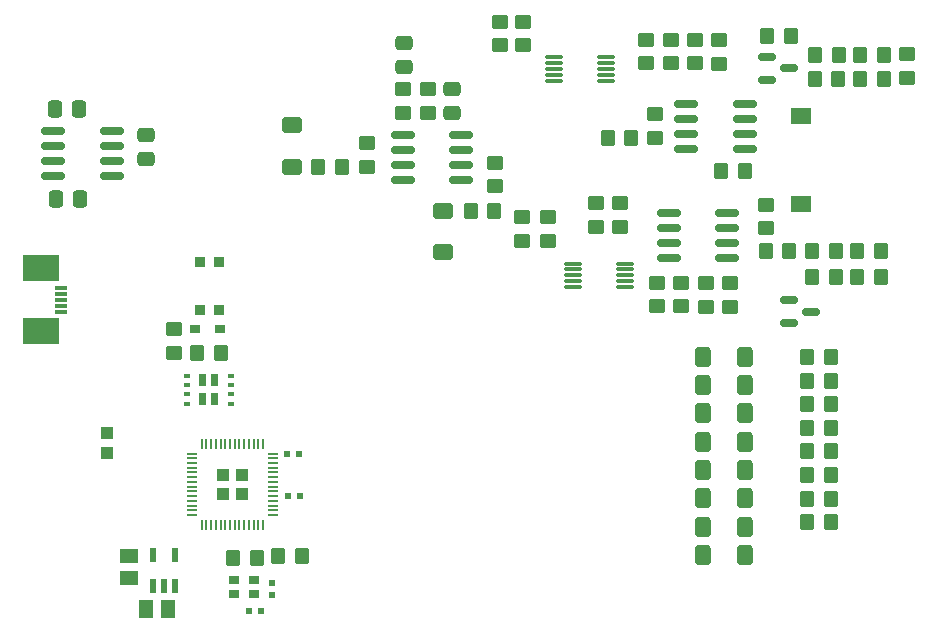
<source format=gtp>
G04 #@! TF.GenerationSoftware,KiCad,Pcbnew,7.0.3*
G04 #@! TF.CreationDate,2023-06-15T19:20:55+02:00*
G04 #@! TF.ProjectId,osc_v2,6f73635f-7632-42e6-9b69-6361645f7063,rev?*
G04 #@! TF.SameCoordinates,Original*
G04 #@! TF.FileFunction,Paste,Top*
G04 #@! TF.FilePolarity,Positive*
%FSLAX46Y46*%
G04 Gerber Fmt 4.6, Leading zero omitted, Abs format (unit mm)*
G04 Created by KiCad (PCBNEW 7.0.3) date 2023-06-15 19:20:55*
%MOMM*%
%LPD*%
G01*
G04 APERTURE LIST*
G04 Aperture macros list*
%AMRoundRect*
0 Rectangle with rounded corners*
0 $1 Rounding radius*
0 $2 $3 $4 $5 $6 $7 $8 $9 X,Y pos of 4 corners*
0 Add a 4 corners polygon primitive as box body*
4,1,4,$2,$3,$4,$5,$6,$7,$8,$9,$2,$3,0*
0 Add four circle primitives for the rounded corners*
1,1,$1+$1,$2,$3*
1,1,$1+$1,$4,$5*
1,1,$1+$1,$6,$7*
1,1,$1+$1,$8,$9*
0 Add four rect primitives between the rounded corners*
20,1,$1+$1,$2,$3,$4,$5,0*
20,1,$1+$1,$4,$5,$6,$7,0*
20,1,$1+$1,$6,$7,$8,$9,0*
20,1,$1+$1,$8,$9,$2,$3,0*%
G04 Aperture macros list end*
%ADD10RoundRect,0.250000X0.350000X0.450000X-0.350000X0.450000X-0.350000X-0.450000X0.350000X-0.450000X0*%
%ADD11RoundRect,0.250000X0.475000X-0.337500X0.475000X0.337500X-0.475000X0.337500X-0.475000X-0.337500X0*%
%ADD12RoundRect,0.250000X0.450000X-0.350000X0.450000X0.350000X-0.450000X0.350000X-0.450000X-0.350000X0*%
%ADD13RoundRect,0.150000X0.825000X0.150000X-0.825000X0.150000X-0.825000X-0.150000X0.825000X-0.150000X0*%
%ADD14RoundRect,0.250000X-0.350000X-0.450000X0.350000X-0.450000X0.350000X0.450000X-0.350000X0.450000X0*%
%ADD15RoundRect,0.150000X-0.587500X-0.150000X0.587500X-0.150000X0.587500X0.150000X-0.587500X0.150000X0*%
%ADD16RoundRect,0.250000X0.400000X0.600000X-0.400000X0.600000X-0.400000X-0.600000X0.400000X-0.600000X0*%
%ADD17R,0.600000X0.400000*%
%ADD18R,0.900000X0.800000*%
%ADD19R,0.600000X0.600000*%
%ADD20RoundRect,0.075000X-0.650000X-0.075000X0.650000X-0.075000X0.650000X0.075000X-0.650000X0.075000X0*%
%ADD21RoundRect,0.250000X-0.450000X0.350000X-0.450000X-0.350000X0.450000X-0.350000X0.450000X0.350000X0*%
%ADD22R,1.100000X0.300000*%
%ADD23R,3.100000X2.300000*%
%ADD24RoundRect,0.250000X-0.337500X-0.475000X0.337500X-0.475000X0.337500X0.475000X-0.337500X0.475000X0*%
%ADD25R,0.900000X0.750000*%
%ADD26R,0.550000X1.200000*%
%ADD27R,1.240000X1.500000*%
%ADD28R,0.875000X0.200000*%
%ADD29R,0.200000X0.875000*%
%ADD30RoundRect,0.250000X0.600000X-0.400000X0.600000X0.400000X-0.600000X0.400000X-0.600000X-0.400000X0*%
%ADD31R,1.800000X1.350000*%
%ADD32R,1.500000X1.240000*%
%ADD33R,0.900000X0.900000*%
%ADD34RoundRect,0.250000X-0.600000X0.400000X-0.600000X-0.400000X0.600000X-0.400000X0.600000X0.400000X0*%
%ADD35R,1.000000X1.075000*%
G04 APERTURE END LIST*
G36*
X87759838Y-139424838D02*
G01*
X87159838Y-139424838D01*
X87159838Y-138424838D01*
X87759838Y-138424838D01*
X87759838Y-139424838D01*
G37*
G36*
X87759838Y-141024838D02*
G01*
X87159838Y-141024838D01*
X87159838Y-140024838D01*
X87759838Y-140024838D01*
X87759838Y-141024838D01*
G37*
G36*
X88759838Y-139424838D02*
G01*
X88159838Y-139424838D01*
X88159838Y-138424838D01*
X88759838Y-138424838D01*
X88759838Y-139424838D01*
G37*
G36*
X88759838Y-141024838D02*
G01*
X88159838Y-141024838D01*
X88159838Y-140024838D01*
X88759838Y-140024838D01*
X88759838Y-141024838D01*
G37*
G36*
X89659838Y-147424838D02*
G01*
X88659838Y-147424838D01*
X88659838Y-146424838D01*
X89659838Y-146424838D01*
X89659838Y-147424838D01*
G37*
G36*
X89659838Y-149024838D02*
G01*
X88659838Y-149024838D01*
X88659838Y-148024838D01*
X89659838Y-148024838D01*
X89659838Y-149024838D01*
G37*
G36*
X91259838Y-147424838D02*
G01*
X90259838Y-147424838D01*
X90259838Y-146424838D01*
X91259838Y-146424838D01*
X91259838Y-147424838D01*
G37*
G36*
X91259838Y-149024838D02*
G01*
X90259838Y-149024838D01*
X90259838Y-148024838D01*
X91259838Y-148024838D01*
X91259838Y-149024838D01*
G37*
D10*
X95859838Y-153824838D03*
X93859838Y-153824838D03*
D11*
X108585000Y-116327500D03*
X108585000Y-114252500D03*
D12*
X132095000Y-132690000D03*
X132095000Y-130690000D03*
X84985000Y-136570000D03*
X84985000Y-134570000D03*
D13*
X133360000Y-119325000D03*
X133360000Y-118055000D03*
X133360000Y-116785000D03*
X133360000Y-115515000D03*
X128410000Y-115515000D03*
X128410000Y-116785000D03*
X128410000Y-118055000D03*
X128410000Y-119325000D03*
D14*
X135245000Y-109740000D03*
X137245000Y-109740000D03*
D15*
X135257500Y-111560000D03*
X135257500Y-113460000D03*
X137132500Y-112510000D03*
D16*
X133335000Y-151330000D03*
X129835000Y-151330000D03*
D14*
X86959838Y-136574838D03*
X88959838Y-136574838D03*
D17*
X86109838Y-138524838D03*
X86109838Y-139324838D03*
X86109838Y-140124838D03*
X86109838Y-140924838D03*
X89809838Y-140924838D03*
X89809838Y-140124838D03*
X89809838Y-139324838D03*
X89809838Y-138524838D03*
D18*
X86785000Y-134600000D03*
X88925000Y-134600000D03*
D10*
X141275000Y-113400000D03*
X139275000Y-113400000D03*
D19*
X92367838Y-158474838D03*
X91351838Y-158474838D03*
D15*
X137080000Y-132150000D03*
X137080000Y-134050000D03*
X138955000Y-133100000D03*
D12*
X127095000Y-112080000D03*
X127095000Y-110080000D03*
D10*
X144885000Y-127990000D03*
X142885000Y-127990000D03*
D12*
X112595000Y-110550000D03*
X112595000Y-108550000D03*
D10*
X141295000Y-111340000D03*
X139295000Y-111340000D03*
D13*
X131855000Y-128580000D03*
X131855000Y-127310000D03*
X131855000Y-126040000D03*
X131855000Y-124770000D03*
X126905000Y-124770000D03*
X126905000Y-126040000D03*
X126905000Y-127310000D03*
X126905000Y-128580000D03*
D12*
X125895000Y-132670000D03*
X125895000Y-130670000D03*
D11*
X104455000Y-112437500D03*
X104455000Y-110362500D03*
D20*
X118765000Y-129040000D03*
X118765000Y-129540000D03*
X118765000Y-130040000D03*
X118765000Y-130540000D03*
X118765000Y-131040000D03*
X123165000Y-131040000D03*
X123165000Y-130540000D03*
X123165000Y-130040000D03*
X123165000Y-129540000D03*
X123165000Y-129040000D03*
D16*
X133335000Y-141730000D03*
X129835000Y-141730000D03*
D10*
X140645000Y-148950000D03*
X138645000Y-148950000D03*
X140645000Y-136950000D03*
X138645000Y-136950000D03*
D21*
X101355000Y-118840000D03*
X101355000Y-120840000D03*
D16*
X133335000Y-144130000D03*
X129835000Y-144130000D03*
D22*
X75430000Y-131100000D03*
X75430000Y-131600000D03*
X75430000Y-132100000D03*
X75430000Y-132600000D03*
X75430000Y-133100000D03*
D23*
X73730000Y-129430000D03*
X73730000Y-134770000D03*
D10*
X143145000Y-111342500D03*
X145145000Y-111342500D03*
D19*
X93359838Y-157082838D03*
X93359838Y-156066838D03*
D10*
X138645000Y-146950000D03*
X140645000Y-146950000D03*
D12*
X120755000Y-125950000D03*
X120755000Y-123950000D03*
D21*
X112167500Y-120500000D03*
X112167500Y-122500000D03*
D24*
X74992500Y-123565000D03*
X77067500Y-123565000D03*
D12*
X129095000Y-112080000D03*
X129095000Y-110080000D03*
D10*
X92009838Y-154000000D03*
X90009838Y-154000000D03*
D25*
X91784838Y-155799838D03*
X90134838Y-155799838D03*
X90134838Y-157049838D03*
X91784838Y-157049838D03*
D21*
X135175000Y-124040000D03*
X135175000Y-126040000D03*
D10*
X140645000Y-150950000D03*
X138645000Y-150950000D03*
D12*
X116645000Y-127130000D03*
X116645000Y-125130000D03*
D26*
X83205000Y-156300100D03*
X84155000Y-156300100D03*
X85105000Y-156300100D03*
X85105000Y-153699900D03*
X83205000Y-153699900D03*
D10*
X141035000Y-130170000D03*
X139035000Y-130170000D03*
D12*
X131195000Y-112130000D03*
X131195000Y-110130000D03*
X114445000Y-127130000D03*
X114445000Y-125130000D03*
D13*
X109362500Y-122005000D03*
X109362500Y-120735000D03*
X109362500Y-119465000D03*
X109362500Y-118195000D03*
X104412500Y-118195000D03*
X104412500Y-119465000D03*
X104412500Y-120735000D03*
X104412500Y-122005000D03*
D27*
X82615000Y-158290000D03*
X84515000Y-158290000D03*
D10*
X145135000Y-113390000D03*
X143135000Y-113390000D03*
D12*
X124995000Y-112080000D03*
X124995000Y-110080000D03*
D16*
X133335000Y-153730000D03*
X129835000Y-153730000D03*
D28*
X86509838Y-145124838D03*
X86509838Y-145524838D03*
X86509838Y-145924838D03*
X86509838Y-146324838D03*
X86509838Y-146724838D03*
X86509838Y-147124838D03*
X86509838Y-147524838D03*
X86509838Y-147924838D03*
X86509838Y-148324838D03*
X86509838Y-148724838D03*
X86509838Y-149124838D03*
X86509838Y-149524838D03*
X86509838Y-149924838D03*
X86509838Y-150324838D03*
D29*
X87359838Y-151174838D03*
X87759838Y-151174838D03*
X88159838Y-151174838D03*
X88559838Y-151174838D03*
X88959838Y-151174838D03*
X89359838Y-151174838D03*
X89759838Y-151174838D03*
X90159838Y-151174838D03*
X90559838Y-151174838D03*
X90959838Y-151174838D03*
X91359838Y-151174838D03*
X91759838Y-151174838D03*
X92159838Y-151174838D03*
X92559838Y-151174838D03*
D28*
X93409838Y-150324838D03*
X93409838Y-149924838D03*
X93409838Y-149524838D03*
X93409838Y-149124838D03*
X93409838Y-148724838D03*
X93409838Y-148324838D03*
X93409838Y-147924838D03*
X93409838Y-147524838D03*
X93409838Y-147124838D03*
X93409838Y-146724838D03*
X93409838Y-146324838D03*
X93409838Y-145924838D03*
X93409838Y-145524838D03*
X93409838Y-145124838D03*
D29*
X92559838Y-144274838D03*
X92159838Y-144274838D03*
X91759838Y-144274838D03*
X91359838Y-144274838D03*
X90959838Y-144274838D03*
X90559838Y-144274838D03*
X90159838Y-144274838D03*
X89759838Y-144274838D03*
X89359838Y-144274838D03*
X88959838Y-144274838D03*
X88559838Y-144274838D03*
X88159838Y-144274838D03*
X87759838Y-144274838D03*
X87359838Y-144274838D03*
D10*
X140645000Y-142950000D03*
X138645000Y-142950000D03*
X99255000Y-120840000D03*
X97255000Y-120840000D03*
X137125000Y-128000000D03*
X135125000Y-128000000D03*
D16*
X133335000Y-139330000D03*
X129835000Y-139330000D03*
D10*
X140645000Y-140950000D03*
X138645000Y-140950000D03*
X123755000Y-118390000D03*
X121755000Y-118390000D03*
D12*
X114595000Y-110550000D03*
X114595000Y-108550000D03*
D21*
X106487500Y-114300000D03*
X106487500Y-116300000D03*
D30*
X95005000Y-120840000D03*
X95005000Y-117340000D03*
D16*
X133335000Y-146530000D03*
X129835000Y-146530000D03*
D11*
X82680000Y-120202500D03*
X82680000Y-118127500D03*
D21*
X104437500Y-114300000D03*
X104437500Y-116300000D03*
D16*
X133335000Y-148930000D03*
X129835000Y-148930000D03*
D24*
X74942500Y-115965000D03*
X77017500Y-115965000D03*
D21*
X122755000Y-123950000D03*
X122755000Y-125950000D03*
D31*
X138145000Y-124035000D03*
X138145000Y-116585000D03*
D19*
X94651838Y-148724838D03*
X95667838Y-148724838D03*
D10*
X133355000Y-121170000D03*
X131355000Y-121170000D03*
D32*
X81235000Y-153790000D03*
X81235000Y-155690000D03*
D21*
X125715000Y-116390000D03*
X125715000Y-118390000D03*
D10*
X144885000Y-130190000D03*
X142885000Y-130190000D03*
X141035000Y-127990000D03*
X139035000Y-127990000D03*
D19*
X94601838Y-145124838D03*
X95617838Y-145124838D03*
D20*
X117185000Y-111570000D03*
X117185000Y-112070000D03*
X117185000Y-112570000D03*
X117185000Y-113070000D03*
X117185000Y-113570000D03*
X121585000Y-113570000D03*
X121585000Y-113070000D03*
X121585000Y-112570000D03*
X121585000Y-112070000D03*
X121585000Y-111570000D03*
D10*
X140645000Y-138950000D03*
X138645000Y-138950000D03*
D13*
X79730000Y-121605000D03*
X79730000Y-120335000D03*
X79730000Y-119065000D03*
X79730000Y-117795000D03*
X74780000Y-117795000D03*
X74780000Y-119065000D03*
X74780000Y-120335000D03*
X74780000Y-121605000D03*
D10*
X112155000Y-124582500D03*
X110155000Y-124582500D03*
X140645000Y-144950000D03*
X138645000Y-144950000D03*
D33*
X88855000Y-133000000D03*
X88855000Y-128900000D03*
X87255000Y-133000000D03*
X87255000Y-128900000D03*
D34*
X107805000Y-124582500D03*
X107805000Y-128082500D03*
D16*
X133335000Y-136930000D03*
X129835000Y-136930000D03*
D12*
X127985000Y-132670000D03*
X127985000Y-130670000D03*
X130025000Y-132680000D03*
X130025000Y-130680000D03*
X147075000Y-113330000D03*
X147075000Y-111330000D03*
D35*
X79355000Y-145050000D03*
X79355000Y-143350000D03*
M02*

</source>
